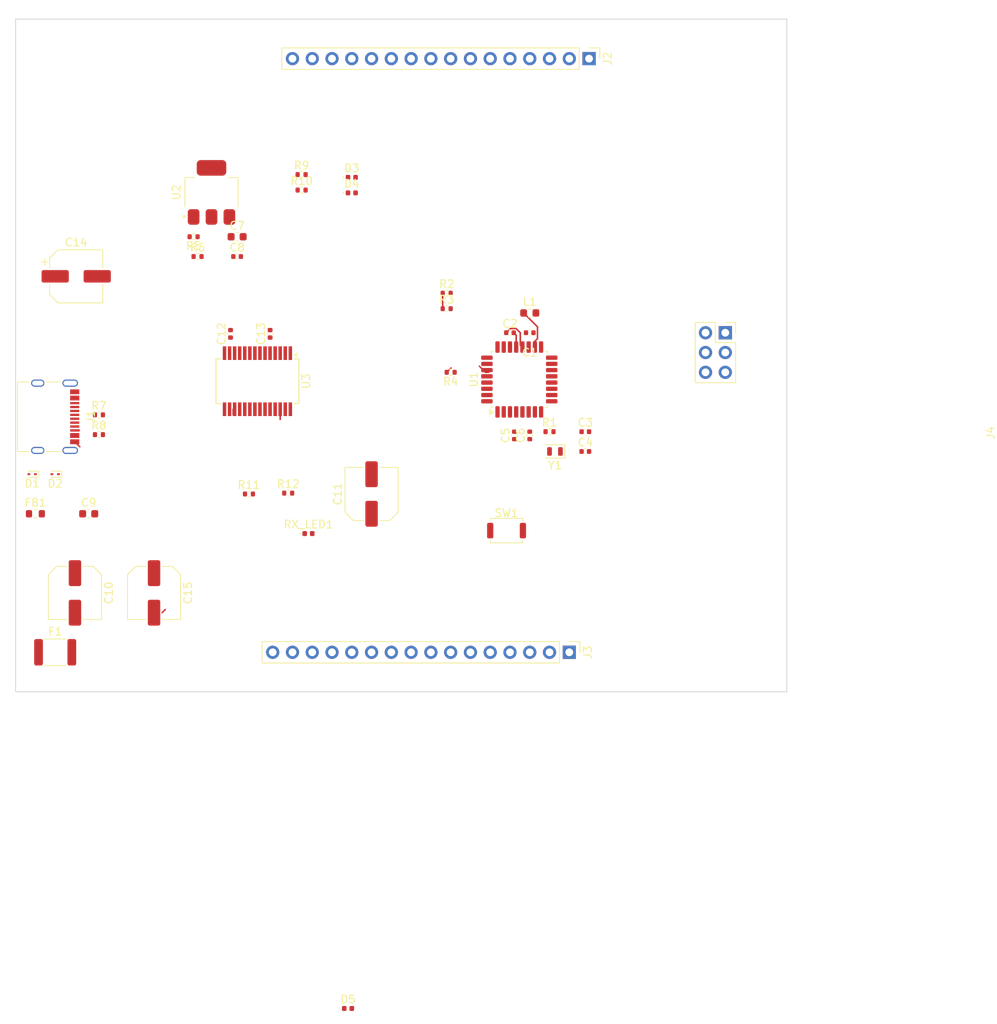
<source format=kicad_pcb>
(kicad_pcb (version 20241229) (generator "pcbnew") (generator_version "9.0")
  (layers (0 "F.Cu" signal) (2 "B.Cu" signal) (13 "F.Paste" user) (15 "B.Paste" user) (5 "F.SilkS" user "F.Silkscreen") (7 "B.SilkS" user "B.Silkscreen") (1 "F.Mask" user) (3 "B.Mask" user) (25 "Edge.Cuts" user))
  (net 0 "")
  (net 1 "+5V")
  (net 2 "GND")
  (net 3 "Net-(U1-AREF)")
  (net 4 "EX_OSC2")
  (net 5 "EX_OSC1")
  (net 6 "+3.3V")
  (net 7 "PWRU_IN")
  (net 8 "Net-(C10-Pad1)")
  (net 9 "Net-(U3-3V3OUT)")
  (net 10 "USART_DTR")
  (net 11 "EX_RST")
  (net 12 "USBC_D.P")
  (net 13 "USBC_D.N")
  (net 14 "Net-(D3-A)")
  (net 15 "Net-(D4-A)")
  (net 16 "Net-(D5-K)")
  (net 17 "Net-(D5-A)")
  (net 18 "Net-(J1-CC1)")
  (net 20 "Net-(J1-CC2)")
  (net 24 "GPIO_C0")
  (net 25 "GPIO_C1")
  (net 26 "GPIO_C2")
  (net 27 "GPIO_C3")
  (net 28 "I2C_SCL")
  (net 29 "I2C_SDA")
  (net 30 "GPIO_C4")
  (net 31 "GPIO_C5")
  (net 32 "SPI_SS")
  (net 33 "SPI_MOSI")
  (net 34 "SPI_MISO")
  (net 35 "SPI_SCK")
  (net 36 "GPIO_B1")
  (net 37 "GPIO_B0")
  (net 38 "GPIO_D7")
  (net 39 "GPIO_D6")
  (net 40 "GPIO_D5")
  (net 41 "GPIO_D4")
  (net 42 "GPIO_D3")
  (net 43 "GPIO_D2")
  (net 44 "USART_TXD")
  (net 45 "USART_RXD")
  (net 46 "Net-(U1-AVCC)")
  (net 47 "Net-(U2-ADJ)")
  (net 48 "Net-(RX_LED1-A)")
  (net 49 "Net-(RX_LED1-K)")
  (net 57 "USB_D.P")
  (net 58 "USB_D.N")
  (footprint "Package_SO:SSOP-28_5.3x10.2mm_P0.65mm" (layer "F.Cu") (at 99.639 76.962 -90)
    (property "Reference" "U3" (at 0 -6.25 90) (layer "F.SilkS"))
    (property "Value" "FT232RL")
    (fp_line (start -2.875 5.325) (end 2.875 5.325) (stroke (width 0.15)) (layer "F.SilkS"))
    (fp_line (start -2.875 4.75) (end -2.875 5.325) (stroke (width 0.15)) (layer "F.SilkS"))
    (fp_line (start 2.875 4.75) (end 2.875 5.325) (stroke (width 0.15)) (layer "F.SilkS"))
    (fp_line (start -2.875 -5.325) (end -2.875 -4.75) (stroke (width 0.15)) (layer "F.SilkS"))
    (fp_line (start -2.875 -5.325) (end 2.875 -5.325) (stroke (width 0.15)) (layer "F.SilkS"))
    (fp_line (start 2.875 -5.325) (end 2.875 -4.75) (stroke (width 0.15)) (layer "F.SilkS"))
    (fp_poly (pts (xy -3.375 -4.75) (xy -3.615 -5.08) (xy -3.135 -5.08) (xy -3.375 -4.75)) (stroke (width 0.12)) (fill yes) (layer "F.SilkS"))
    (pad "1" smd rect (at -3.6 -4.225 270) (size 1.75 0.45) (layers "F.Cu" "F.Mask" "F.Paste") (net 45 "USART_RXD"))
    (pad "2" smd rect (at -3.6 -3.575 270) (size 1.75 0.45) (layers "F.Cu" "F.Mask" "F.Paste") (net 10 "USART_DTR"))
    (pad "3" smd rect (at -3.6 -2.925 270) (size 1.75 0.45) (layers "F.Cu" "F.Mask" "F.Paste"))
    (pad "4" smd rect (at -3.6 -2.275 270) (size 1.75 0.45) (layers "F.Cu" "F.Mask" "F.Paste") (net 1 "+5V"))
    (pad "5" smd rect (at -3.6 -1.625 270) (size 1.75 0.45) (layers "F.Cu" "F.Mask" "F.Paste") (net 44 "USART_TXD"))
    (pad "6" smd rect (at -3.6 -0.975 270) (size 1.75 0.45) (layers "F.Cu" "F.Mask" "F.Paste"))
    (pad "7" smd rect (at -3.6 -0.325 270) (size 1.75 0.45) (layers "F.Cu" "F.Mask" "F.Paste") (net 2 "GND"))
    (pad "8" smd rect (at -3.6 0.325 270) (size 1.75 0.45) (layers "F.Cu" "F.Mask" "F.Paste"))
    (pad "9" smd rect (at -3.6 0.975 270) (size 1.75 0.45) (layers "F.Cu" "F.Mask" "F.Paste"))
    (pad "10" smd rect (at -3.6 1.625 270) (size 1.75 0.45) (layers "F.Cu" "F.Mask" "F.Paste"))
    (pad "11" smd rect (at -3.6 2.275 270) (size 1.75 0.45) (layers "F.Cu" "F.Mask" "F.Paste") (net 2 "GND"))
    (pad "12" smd rect (at -3.6 2.925 270) (size 1.75 0.45) (layers "F.Cu" "F.Mask" "F.Paste"))
    (pad "13" smd rect (at -3.6 3.575 270) (size 1.75 0.45) (layers "F.Cu" "F.Mask" "F.Paste"))
    (pad "14" smd rect (at -3.6 4.225 270) (size 1.75 0.45) (layers "F.Cu" "F.Mask" "F.Paste"))
    (pad "15" smd rect (at 3.6 4.225 270) (size 1.75 0.45) (layers "F.Cu" "F.Mask" "F.Paste") (net 57 "USB_D.P"))
    (pad "16" smd rect (at 3.6 3.575 270) (size 1.75 0.45) (layers "F.Cu" "F.Mask" "F.Paste") (net 58 "USB_D.N"))
    (pad "17" smd rect (at 3.6 2.925 270) (size 1.75 0.45) (layers "F.Cu" "F.Mask" "F.Paste") (net 9 "Net-(U3-3V3OUT)"))
    (pad "18" smd rect (at 3.6 2.275 270) (size 1.75 0.45) (layers "F.Cu" "F.Mask" "F.Paste") (net 2 "GND"))
    (pad "19" smd rect (at 3.6 1.625 270) (size 1.75 0.45) (layers "F.Cu" "F.Mask" "F.Paste"))
    (pad "20" smd rect (at 3.6 0.975 270) (size 1.75 0.45) (layers "F.Cu" "F.Mask" "F.Paste") (net 1 "+5V"))
    (pad "21" smd rect (at 3.6 0.325 270) (size 1.75 0.45) (layers "F.Cu" "F.Mask" "F.Paste") (net 2 "GND"))
    (pad "22" smd rect (at 3.6 -0.325 270) (size 1.75 0.45) (layers "F.Cu" "F.Mask" "F.Paste") (net 49 "Net-(RX_LED1-K)"))
    (pad "23" smd rect (at 3.6 -0.975 270) (size 1.75 0.45) (layers "F.Cu" "F.Mask" "F.Paste") (net 16 "Net-(D5-K)"))
    (pad "24" smd rect (at 3.6 -1.625 270) (size 1.75 0.45) (layers "F.Cu" "F.Mask" "F.Paste"))
    (pad "25" smd rect (at 3.6 -2.275 270) (size 1.75 0.45) (layers "F.Cu" "F.Mask" "F.Paste") (net 2 "GND"))
    (pad "26" smd rect (at 3.6 -2.925 270) (size 1.75 0.45) (layers "F.Cu" "F.Mask" "F.Paste") (net 2 "GND"))
    (pad "27" smd rect (at 3.6 -3.575 270) (size 1.75 0.45) (layers "F.Cu" "F.Mask" "F.Paste"))
    (pad "28" smd rect (at 3.6 -4.225 270) (size 1.75 0.45) (layers "F.Cu" "F.Mask" "F.Paste"))
  )
  (footprint "Resistor_SMD:R_0402_1005Metric" (layer "F.Cu") (at 137.16 83.4425)
    (property "Reference" "R1" (at 0 -1.17 0) (layer "F.SilkS"))
    (property "Value" "R")
    (fp_line (start -0.153641 -0.38) (end 0.153641 -0.38) (stroke (width 0.12)) (layer "F.SilkS"))
    (fp_line (start -0.153641 0.38) (end 0.153641 0.38) (stroke (width 0.12)) (layer "F.SilkS"))
    (pad "1" smd roundrect (at -0.51 0) (size 0.54 0.64) (layers "F.Cu" "F.Mask" "F.Paste") (net 5 "EX_OSC1"))
    (pad "2" smd roundrect (at 0.51 0) (size 0.54 0.64) (layers "F.Cu" "F.Mask" "F.Paste") (net 4 "EX_OSC2"))
  )
  (footprint "Resistor_SMD:R_0402_1005Metric" (layer "F.Cu") (at 79.28 83.82)
    (property "Reference" "R8" (at 0 -1.17 0) (layer "F.SilkS"))
    (property "Value" "5.1k")
    (fp_line (start -0.153641 -0.38) (end 0.153641 -0.38) (stroke (width 0.12)) (layer "F.SilkS"))
    (fp_line (start -0.153641 0.38) (end 0.153641 0.38) (stroke (width 0.12)) (layer "F.SilkS"))
    (pad "1" smd roundrect (at -0.51 0) (size 0.54 0.64) (layers "F.Cu" "F.Mask" "F.Paste") (net 18 "Net-(J1-CC1)"))
    (pad "2" smd roundrect (at 0.51 0) (size 0.54 0.64) (layers "F.Cu" "F.Mask" "F.Paste") (net 2 "GND"))
  )
  (footprint "Button_Switch_SMD:SW_Push_SPST_NO_Alps_SKRK" (layer "F.Cu") (at 131.64 96.1425)
    (property "Reference" "SW1" (at 0 -2.25 0) (layer "F.SilkS"))
    (property "Value" "SW_Push")
    (fp_line (start -2.07 -1.57) (end 2.07 -1.57) (stroke (width 0.12)) (layer "F.SilkS"))
    (fp_line (start -2.07 -1.27) (end -2.07 -1.57) (stroke (width 0.12)) (layer "F.SilkS"))
    (fp_line (start -2.07 1.57) (end -2.07 1.27) (stroke (width 0.12)) (layer "F.SilkS"))
    (fp_line (start 2.07 -1.57) (end 2.07 -1.27) (stroke (width 0.12)) (layer "F.SilkS"))
    (fp_line (start 2.07 1.27) (end 2.07 1.57) (stroke (width 0.12)) (layer "F.SilkS"))
    (fp_line (start 2.07 1.57) (end -2.07 1.57) (stroke (width 0.12)) (layer "F.SilkS"))
    (pad "1" smd roundrect (at -2.1 0) (size 0.8 2) (layers "F.Cu" "F.Mask" "F.Paste") (net 11 "EX_RST"))
    (pad "2" smd roundrect (at 2.1 0) (size 0.8 2) (layers "F.Cu" "F.Mask" "F.Paste") (net 2 "GND"))
  )
  (footprint "Capacitor_SMD:C_0402_1005Metric" (layer "F.Cu") (at 132.08 70.7425)
    (property "Reference" "C2" (at 0 -1.16 0) (layer "F.SilkS"))
    (property "Value" ".1u")
    (fp_line (start -0.107836 -0.36) (end 0.107836 -0.36) (stroke (width 0.12)) (layer "F.SilkS"))
    (fp_line (start -0.107836 0.36) (end 0.107836 0.36) (stroke (width 0.12)) (layer "F.SilkS"))
    (pad "1" smd roundrect (at -0.48 0) (size 0.56 0.62) (layers "F.Cu" "F.Mask" "F.Paste") (net 3 "Net-(U1-AREF)"))
    (pad "2" smd roundrect (at 0.48 0) (size 0.56 0.62) (layers "F.Cu" "F.Mask" "F.Paste") (net 2 "GND"))
  )
  (footprint "Fuse:Fuse_1812_4532Metric" (layer "F.Cu") (at 73.66 111.76)
    (property "Reference" "F1" (at 0 -2.65 0) (layer "F.SilkS"))
    (property "Value" "500mA")
    (fp_line (start -1.386252 -1.71) (end 1.386252 -1.71) (stroke (width 0.12)) (layer "F.SilkS"))
    (fp_line (start -1.386252 1.71) (end 1.386252 1.71) (stroke (width 0.12)) (layer "F.SilkS"))
    (pad "1" smd roundrect (at -2.1375 0) (size 1.125 3.4) (layers "F.Cu" "F.Mask" "F.Paste") (roundrect_rratio 0.222222) (net 8 "Net-(C10-Pad1)"))
    (pad "2" smd roundrect (at 2.1375 0) (size 1.125 3.4) (layers "F.Cu" "F.Mask" "F.Paste") (roundrect_rratio 0.222222) (net 1 "+5V"))
  )
  (footprint "Resistor_SMD:R_0402_1005Metric" (layer "F.Cu") (at 79.28 81.28)
    (property "Reference" "R7" (at 0 -1.17 0) (layer "F.SilkS"))
    (property "Value" "5100")
    (fp_line (start -0.153641 -0.38) (end 0.153641 -0.38) (stroke (width 0.12)) (layer "F.SilkS"))
    (fp_line (start -0.153641 0.38) (end 0.153641 0.38) (stroke (width 0.12)) (layer "F.SilkS"))
    (pad "1" smd roundrect (at -0.51 0) (size 0.54 0.64) (layers "F.Cu" "F.Mask" "F.Paste") (net 20 "Net-(J1-CC2)"))
    (pad "2" smd roundrect (at 0.51 0) (size 0.54 0.64) (layers "F.Cu" "F.Mask" "F.Paste") (net 2 "GND"))
  )
  (footprint "Package_QFP:TQFP-32_7x7mm_P0.8mm" (layer "F.Cu") (at 133.28 76.74 90)
    (property "Reference" "U1" (at 0 -5.85 90) (layer "F.SilkS"))
    (property "Value" "ATmega328P-A")
    (fp_line (start 3.61 -3.61) (end 3.61 -3.335) (stroke (width 0.12)) (layer "F.SilkS"))
    (fp_line (start 3.335 -3.61) (end 3.61 -3.61) (stroke (width 0.12)) (layer "F.SilkS"))
    (fp_line (start -3.335 -3.61) (end -3.61 -3.61) (stroke (width 0.12)) (layer "F.SilkS"))
    (fp_line (start -3.61 -3.61) (end -3.61 -3.335) (stroke (width 0.12)) (layer "F.SilkS"))
    (fp_line (start 3.61 3.61) (end 3.61 3.335) (stroke (width 0.12)) (layer "F.SilkS"))
    (fp_line (start 3.335 3.61) (end 3.61 3.61) (stroke (width 0.12)) (layer "F.SilkS"))
    (fp_line (start -3.335 3.61) (end -3.61 3.61) (stroke (width 0.12)) (layer "F.SilkS"))
    (fp_line (start -3.61 3.61) (end -3.61 3.335) (stroke (width 0.12)) (layer "F.SilkS"))
    (fp_poly (pts (xy -4.2 -3.335) (xy -4.54 -3.805) (xy -3.86 -3.805)) (stroke (width 0.12)) (fill yes) (layer "F.SilkS"))
    (pad "1" smd roundrect (at -4.1625 -2.8 90) (size 1.475 0.55) (layers "F.Cu" "F.Mask" "F.Paste") (net 42 "GPIO_D3"))
    (pad "2" smd roundrect (at -4.1625 -2 90) (size 1.475 0.55) (layers "F.Cu" "F.Mask" "F.Paste") (net 41 "GPIO_D4"))
    (pad "3" smd roundrect (at -4.1625 -1.2 90) (size 1.475 0.55) (layers "F.Cu" "F.Mask" "F.Paste") (net 2 "GND"))
    (pad "4" smd roundrect (at -4.1625 -0.4 90) (size 1.475 0.55) (layers "F.Cu" "F.Mask" "F.Paste") (net 1 "+5V"))
    (pad "5" smd roundrect (at -4.1625 0.4 90) (size 1.475 0.55) (layers "F.Cu" "F.Mask" "F.Paste") (net 2 "GND"))
    (pad "6" smd roundrect (at -4.1625 1.2 90) (size 1.475 0.55) (layers "F.Cu" "F.Mask" "F.Paste") (net 1 "+5V"))
    (pad "7" smd roundrect (at -4.1625 2 90) (size 1.475 0.55) (layers "F.Cu" "F.Mask" "F.Paste") (net 5 "EX_OSC1"))
    (pad "8" smd roundrect (at -4.1625 2.8 90) (size 1.475 0.55) (layers "F.Cu" "F.Mask" "F.Paste") (net 4 "EX_OSC2"))
    (pad "9" smd roundrect (at -2.8 4.1625 90) (size 0.55 1.475) (layers "F.Cu" "F.Mask" "F.Paste") (net 40 "GPIO_D5"))
    (pad "10" smd roundrect (at -2 4.1625 90) (size 0.55 1.475) (layers "F.Cu" "F.Mask" "F.Paste") (net 39 "GPIO_D6"))
    (pad "11" smd roundrect (at -1.2 4.1625 90) (size 0.55 1.475) (layers "F.Cu" "F.Mask" "F.Paste") (net 38 "GPIO_D7"))
    (pad "12" smd roundrect (at -0.4 4.1625 90) (size 0.55 1.475) (layers "F.Cu" "F.Mask" "F.Paste") (net 37 "GPIO_B0"))
    (pad "13" smd roundrect (at 0.4 4.1625 90) (size 0.55 1.475) (layers "F.Cu" "F.Mask" "F.Paste") (net 36 "GPIO_B1"))
    (pad "14" smd roundrect (at 1.2 4.1625 90) (size 0.55 1.475) (layers "F.Cu" "F.Mask" "F.Paste") (net 32 "SPI_SS"))
    (pad "15" smd roundrect (at 2 4.1625 90) (size 0.55 1.475) (layers "F.Cu" "F.Mask" "F.Paste") (net 33 "SPI_MOSI"))
    (pad "16" smd roundrect (at 2.8 4.1625 90) (size 0.55 1.475) (layers "F.Cu" "F.Mask" "F.Paste") (net 34 "SPI_MISO"))
    (pad "17" smd roundrect (at 4.1625 2.8 90) (size 1.475 0.55) (layers "F.Cu" "F.Mask" "F.Paste") (net 35 "SPI_SCK"))
    (pad "18" smd roundrect (at 4.1625 2 90) (size 1.475 0.55) (layers "F.Cu" "F.Mask" "F.Paste") (net 46 "Net-(U1-AVCC)"))
    (pad "19" smd roundrect (at 4.1625 1.2 90) (size 1.475 0.55) (layers "F.Cu" "F.Mask" "F.Paste") (net 30 "GPIO_C4"))
    (pad "20" smd roundrect (at 4.1625 0.4 90) (size 1.475 0.55) (layers "F.Cu" "F.Mask" "F.Paste") (net 3 "Net-(U1-AREF)"))
    (pad "21" smd roundrect (at 4.1625 -0.4 90) (size 1.475 0.55) (layers "F.Cu" "F.Mask" "F.Paste") (net 2 "GND"))
    (pad "22" smd roundrect (at 4.1625 -1.2 90) (size 1.475 0.55) (layers "F.Cu" "F.Mask" "F.Paste") (net 31 "GPIO_C5"))
    (pad "23" smd roundrect (at 4.1625 -2 90) (size 1.475 0.55) (layers "F.Cu" "F.Mask" "F.Paste") (net 24 "GPIO_C0"))
    (pad "24" smd roundrect (at 4.1625 -2.8 90) (size 1.475 0.55) (layers "F.Cu" "F.Mask" "F.Paste") (net 25 "GPIO_C1"))
    (pad "25" smd roundrect (at 2.8 -4.1625 90) (size 0.55 1.475) (layers "F.Cu" "F.Mask" "F.Paste") (net 26 "GPIO_C2"))
    (pad "26" smd roundrect (at 2 -4.1625 90) (size 0.55 1.475) (layers "F.Cu" "F.Mask" "F.Paste") (net 27 "GPIO_C3"))
    (pad "27" smd roundrect (at 1.2 -4.1625 90) (size 0.55 1.475) (layers "F.Cu" "F.Mask" "F.Paste") (net 29 "I2C_SDA"))
    (pad "28" smd roundrect (at 0.4 -4.1625 90) (size 0.55 1.475) (layers "F.Cu" "F.Mask" "F.Paste") (net 28 "I2C_SCL"))
    (pad "29" smd roundrect (at -0.4 -4.1625 90) (size 0.55 1.475) (layers "F.Cu" "F.Mask" "F.Paste") (net 11 "EX_RST"))
    (pad "30" smd roundrect (at -1.2 -4.1625 90) (size 0.55 1.475) (layers "F.Cu" "F.Mask" "F.Paste") (net 45 "USART_RXD"))
    (pad "31" smd roundrect (at -2 -4.1625 90) (size 0.55 1.475) (layers "F.Cu" "F.Mask" "F.Paste") (net 44 "USART_TXD"))
    (pad "32" smd roundrect (at -2.8 -4.1625 90) (size 0.55 1.475) (layers "F.Cu" "F.Mask" "F.Paste") (net 43 "GPIO_D2"))
  )
  (footprint "Connector_USB:USB_C_Receptacle_Palconn_UTC16-G" (layer "F.Cu") (at 73.66 81.53 -90)
    (property "Reference" "J1" (at 0 -4.58 90) (layer "F.SilkS"))
    (property "Value" "USB_C_Receptacle_USB2.0_16P")
    (fp_line (start -4.47 4.84) (end -4.47 3.38) (stroke (width 0.12)) (layer "F.SilkS"))
    (fp_line (start 4.47 4.84) (end -4.47 4.84) (stroke (width 0.12)) (layer "F.SilkS"))
    (fp_line (start 4.47 4.84) (end 4.47 3.38) (stroke (width 0.12)) (layer "F.SilkS"))
    (fp_line (start -4.47 -0.67) (end -4.47 1.13) (stroke (width 0.12)) (layer "F.SilkS"))
    (fp_line (start 4.47 -0.67) (end 4.47 1.13) (stroke (width 0.12)) (layer "F.SilkS"))
    (pad "" np_thru_hole circle (at -2.89 -1.45 90) (size 0.6 0.6) (drill 0.6) (layers "*.Cu" "*.Mask"))
    (pad "" np_thru_hole circle (at 2.89 -1.45 90) (size 0.6 0.6) (drill 0.6) (layers "*.Cu" "*.Mask"))
    (pad "A1" smd rect (at -3.2 -2.51 270) (size 0.6 1.16) (layers "F.Cu" "F.Mask" "F.Paste") (net 2 "GND"))
    (pad "A4" smd rect (at -2.4 -2.51 270) (size 0.6 1.16) (layers "F.Cu" "F.Mask" "F.Paste") (net 7 "PWRU_IN"))
    (pad "A5" smd rect (at -1.25 -2.51 90) (size 0.3 1.16) (layers "F.Cu" "F.Mask" "F.Paste") (net 18 "Net-(J1-CC1)"))
    (pad "A6" smd rect (at -0.25 -2.51 90) (size 0.3 1.16) (layers "F.Cu" "F.Mask" "F.Paste") (net 12 "USBC_D.P"))
    (pad "A7" smd rect (at 0.25 -2.51 90) (size 0.3 1.16) (layers "F.Cu" "F.Mask" "F.Paste") (net 13 "USBC_D.N"))
    (pad "A8" smd rect (at 1.25 -2.51 90) (size 0.3 1.16) (layers "F.Cu" "F.Mask" "F.Paste"))
    (pad "A9" smd rect (at 2.4 -2.51 270) (size 0.6 1.16) (layers "F.Cu" "F.Mask" "F.Paste") (net 7 "PWRU_IN"))
    (pad "A12" smd rect (at 3.2 -2.51 270) (size 0.6 1.16) (layers "F.Cu" "F.Mask" "F.Paste") (net 2 "GND"))
    (pad "B1" smd rect (at 3.2 -2.51 270) (size 0.6 1.16) (layers "F.Cu" "F.Mask" "F.Paste") (net 2 "GND"))
    (pad "B4" smd rect (at 2.4 -2.51 270) (size 0.6 1.16) (layers "F.Cu" "F.Mask" "F.Paste") (net 7 "PWRU_IN"))
    (pad "B5" smd rect (at 1.75 -2.51 90) (size 0.3 1.16) (layers "F.Cu" "F.Mask" "F.Paste") (net 20 "Net-(J1-CC2)"))
    (pad "B6" smd rect (at 0.75 -2.51 90) (size 0.3 1.16) (layers "F.Cu" "F.Mask" "F.Paste") (net 12 "USBC_D.P"))
    (pad "B7" smd rect (at -0.75 -2.51 90) (size 0.3 1.16) (layers "F.Cu" "F.Mask" "F.Paste") (net 13 "USBC_D.N"))
    (pad "B8" smd rect (at -1.75 -2.51 90) (size 0.3 1.16) (layers "F.Cu" "F.Mask" "F.Paste"))
    (pad "B9" smd rect (at -2.4 -2.51 270) (size 0.6 1.16) (layers "F.Cu" "F.Mask" "F.Paste") (net 7 "PWRU_IN"))
    (pad "B12" smd rect (at -3.2 -2.51 270) (size 0.6 1.16) (layers "F.Cu" "F.Mask" "F.Paste") (net 2 "GND"))
    (pad "S1" thru_hole oval (at -4.32 -1.93) (size 2 0.9) (drill oval 1.7 0.6) (property pad_prop_heatsink) (layers "*.Cu" "*.Mask"))
    (pad "S1" thru_hole oval (at -4.32 2.24) (size 1.7 0.9) (drill oval 1.4 0.6) (property pad_prop_heatsink) (layers "*.Cu" "*.Mask"))
    (pad "S1" thru_hole oval (at 4.32 -1.93) (size 2 0.9) (drill oval 1.7 0.6) (property pad_prop_heatsink) (layers "*.Cu" "*.Mask"))
    (pad "S1" thru_hole oval (at 4.32 2.24) (size 1.7 0.9) (drill oval 1.4 0.6) (property pad_prop_heatsink) (layers "*.Cu" "*.Mask"))
  )
  (footprint "Package_TO_SOT_SMD:SOT-223" (layer "F.Cu") (at 93.74 52.73 90)
    (property "Reference" "U2" (at 0 -4.5 90) (layer "F.SilkS"))
    (property "Value" "LM1117DT-ADJ")
    (fp_line (start 1.91 -3.41) (end 1.91 -2.15) (stroke (width 0.12)) (layer "F.SilkS"))
    (fp_line (start -1.85 -3.41) (end 1.91 -3.41) (stroke (width 0.12)) (layer "F.SilkS"))
    (fp_line (start 1.91 3.41) (end 1.91 2.15) (stroke (width 0.12)) (layer "F.SilkS"))
    (fp_line (start -1.85 3.41) (end 1.91 3.41) (stroke (width 0.12)) (layer "F.SilkS"))
    (fp_poly (pts (xy -3.13 -3.31) (xy -3.37 -3.64) (xy -2.89 -3.64) (xy -3.13 -3.31)) (stroke (width 0.12)) (fill yes) (layer "F.SilkS"))
    (pad "1" smd roundrect (at -3.15 -2.3 90) (size 2 1.5) (layers "F.Cu" "F.Mask" "F.Paste") (net 47 "Net-(U2-ADJ)"))
    (pad "2" smd roundrect (at -3.15 0 90) (size 2 1.5) (layers "F.Cu" "F.Mask" "F.Paste") (net 6 "+3.3V"))
    (pad "3" smd roundrect (at -3.15 2.3 90) (size 2 1.5) (layers "F.Cu" "F.Mask" "F.Paste") (net 1 "+5V"))
    (pad "4" smd roundrect (at 3.15 0 90) (size 2 3.8) (layers "F.Cu" "F.Mask" "F.Paste"))
  )
  (footprint "Resistor_SMD:R_0402_1005Metric" (layer "F.Cu") (at 105.315 50.44)
    (property "Reference" "R9" (at 0 -1.17 0) (layer "F.SilkS"))
    (property "Value" "155")
    (fp_line (start -0.153641 -0.38) (end 0.153641 -0.38) (stroke (width 0.12)) (layer "F.SilkS"))
    (fp_line (start -0.153641 0.38) (end 0.153641 0.38) (stroke (width 0.12)) (layer "F.SilkS"))
    (pad "1" smd roundrect (at -0.51 0) (size 0.54 0.64) (layers "F.Cu" "F.Mask" "F.Paste") (net 1 "+5V"))
    (pad "2" smd roundrect (at 0.51 0) (size 0.54 0.64) (layers "F.Cu" "F.Mask" "F.Paste") (net 14 "Net-(D3-A)"))
  )
  (footprint "Capacitor_SMD:C_0402_1005Metric" (layer "F.Cu") (at 134.62 70.7425 180)
    (property "Reference" "C1" (at 0 -2.54 0) (layer "F.SilkS"))
    (property "Value" ".1u")
    (fp_line (start -0.107836 0.36) (end 0.107836 0.36) (stroke (width 0.12)) (layer "F.SilkS"))
    (fp_line (start -0.107836 -0.36) (end 0.107836 -0.36) (stroke (width 0.12)) (layer "F.SilkS"))
    (pad "1" smd roundrect (at -0.48 0 180) (size 0.56 0.62) (layers "F.Cu" "F.Mask" "F.Paste") (net 1 "+5V"))
    (pad "2" smd roundrect (at 0.48 0 180) (size 0.56 0.62) (layers "F.Cu" "F.Mask" "F.Paste") (net 2 "GND"))
  )
  (footprint "Resistor_SMD:R_0402_1005Metric" (layer "F.Cu") (at 123.95 67.6525)
    (property "Reference" "R3" (at 0 -1.17 0) (layer "F.SilkS"))
    (property "Value" "R")
    (fp_line (start -0.153641 -0.38) (end 0.153641 -0.38) (stroke (width 0.12)) (layer "F.SilkS"))
    (fp_line (start -0.153641 0.38) (end 0.153641 0.38) (stroke (width 0.12)) (layer "F.SilkS"))
    (pad "1" smd roundrect (at -0.51 0) (size 0.54 0.64) (layers "F.Cu" "F.Mask" "F.Paste") (net 1 "+5V"))
    (pad "2" smd roundrect (at 0.51 0) (size 0.54 0.64) (layers "F.Cu" "F.Mask" "F.Paste") (net 28 "I2C_SCL"))
  )
  (footprint "Capacitor_SMD:C_Elec_6.3x7.7" (layer "F.Cu") (at 86.36 104.14 -90)
    (property "Reference" "C15" (at 0 -4.35 90) (layer "F.SilkS"))
    (property "Value" "4.7u")
    (fp_line (start -2.345563 3.41) (end 3.41 3.41) (stroke (width 0.12)) (layer "F.SilkS"))
    (fp_line (start 3.41 3.41) (end 3.41 1.06) (stroke (width 0.12)) (layer "F.SilkS"))
    (fp_line (start -3.41 2.345563) (end -2.345563 3.41) (stroke (width 0.12)) (layer "F.SilkS"))
    (fp_line (start -3.41 2.345563) (end -3.41 1.06) (stroke (width 0.12)) (layer "F.SilkS"))
    (fp_line (start -3.41 -2.345563) (end -3.41 -1.06) (stroke (width 0.12)) (layer "F.SilkS"))
    (fp_line (start -3.41 -2.345563) (end -2.345563 -3.41) (stroke (width 0.12)) (layer "F.SilkS"))
    (fp_line (start -2.345563 -3.41) (end 3.41 -3.41) (stroke (width 0.12)) (layer "F.SilkS"))
    (fp_line (start 3.41 -3.41) (end 3.41 -1.06) (stroke (width 0.12)) (layer "F.SilkS"))
    (pad "1" smd roundrect (at -2.5375 0 270) (size 3.325 1.6) (layers "F.Cu" "F.Mask" "F.Paste") (roundrect_rratio 0.15625) (net 8 "Net-(C10-Pad1)"))
    (pad "2" smd roundrect (at 2.5375 0 270) (size 3.325 1.6) (layers "F.Cu" "F.Mask" "F.Paste") (roundrect_rratio 0.15625) (net 2 "GND"))
  )
  (footprint "LED_SMD:LED_0402_1005Metric" (layer "F.Cu") (at 111.76 50.8)
    (property "Reference" "D3" (at 0 -1.17 0) (layer "F.SilkS"))
    (property "Value" "LED")
    (fp_circle (center -1.09 0) (end -1.04 0) (stroke (width 0.1)) (fill no) (layer "F.SilkS"))
    (pad "1" smd roundrect (at -0.485 0) (size 0.59 0.64) (layers "F.Cu" "F.Mask" "F.Paste") (net 2 "GND"))
    (pad "2" smd roundrect (at 0.485 0) (size 0.59 0.64) (layers "F.Cu" "F.Mask" "F.Paste") (net 14 "Net-(D3-A)"))
  )
  (footprint "Capacitor_SMD:C_0402_1005Metric" (layer "F.Cu") (at 141.76 83.4425)
    (property "Reference" "C3" (at 0 -1.16 0) (layer "F.SilkS"))
    (property "Value" "18p")
    (fp_line (start -0.107836 -0.36) (end 0.107836 -0.36) (stroke (width 0.12)) (layer "F.SilkS"))
    (fp_line (start -0.107836 0.36) (end 0.107836 0.36) (stroke (width 0.12)) (layer "F.SilkS"))
    (pad "1" smd roundrect (at -0.48 0) (size 0.56 0.62) (layers "F.Cu" "F.Mask" "F.Paste") (net 4 "EX_OSC2"))
    (pad "2" smd roundrect (at 0.48 0) (size 0.56 0.62) (layers "F.Cu" "F.Mask" "F.Paste") (net 2 "GND"))
  )
  (footprint "Resistor_SMD:R_0402_1005Metric" (layer "F.Cu") (at 91.95 60.96)
    (property "Reference" "R6" (at 0 -1.17 0) (layer "F.SilkS"))
    (property "Value" "200")
    (fp_line (start -0.153641 -0.38) (end 0.153641 -0.38) (stroke (width 0.12)) (layer "F.SilkS"))
    (fp_line (start -0.153641 0.38) (end 0.153641 0.38) (stroke (width 0.12)) (layer "F.SilkS"))
    (pad "1" smd roundrect (at -0.51 0) (size 0.54 0.64) (layers "F.Cu" "F.Mask" "F.Paste") (net 47 "Net-(U2-ADJ)"))
    (pad "2" smd roundrect (at 0.51 0) (size 0.54 0.64) (layers "F.Cu" "F.Mask" "F.Paste") (net 2 "GND"))
  )
  (footprint "Resistor_SMD:R_0402_1005Metric" (layer "F.Cu") (at 98.55 91.44)
    (property "Reference" "R11" (at 0 -1.17 0) (layer "F.SilkS"))
    (property "Value" "150")
    (fp_line (start -0.153641 -0.38) (end 0.153641 -0.38) (stroke (width 0.12)) (layer "F.SilkS"))
    (fp_line (start -0.153641 0.38) (end 0.153641 0.38) (stroke (width 0.12)) (layer "F.SilkS"))
    (pad "1" smd roundrect (at -0.51 0) (size 0.54 0.64) (layers "F.Cu" "F.Mask" "F.Paste") (net 2 "GND"))
    (pad "2" smd roundrect (at 0.51 0) (size 0.54 0.64) (layers "F.Cu" "F.Mask" "F.Paste") (net 17 "Net-(D5-A)"))
  )
  (footprint "Capacitor_SMD:C_0603_1608Metric" (layer "F.Cu") (at 77.965 93.98)
    (property "Reference" "C9" (at 0 -1.43 0) (layer "F.SilkS"))
    (property "Value" ".01u")
    (fp_line (start -0.14058 -0.51) (end 0.14058 -0.51) (stroke (width 0.12)) (layer "F.SilkS"))
    (fp_line (start -0.14058 0.51) (end 0.14058 0.51) (stroke (width 0.12)) (layer "F.SilkS"))
    (pad "1" smd roundrect (at -0.775 0) (size 0.9 0.95) (layers "F.Cu" "F.Mask" "F.Paste") (net 7 "PWRU_IN"))
    (pad "2" smd roundrect (at 0.775 0) (size 0.9 0.95) (layers "F.Cu" "F.Mask" "F.Paste") (net 2 "GND"))
  )
  (footprint "Capacitor_SMD:C_0402_1005Metric" (layer "F.Cu") (at 97.03 60.96)
    (property "Reference" "C8" (at 0 -1.16 0) (layer "F.SilkS"))
    (property "Value" "10u")
    (fp_line (start -0.107836 -0.36) (end 0.107836 -0.36) (stroke (width 0.12)) (layer "F.SilkS"))
    (fp_line (start -0.107836 0.36) (end 0.107836 0.36) (stroke (width 0.12)) (layer "F.SilkS"))
    (pad "1" smd roundrect (at -0.48 0) (size 0.56 0.62) (layers "F.Cu" "F.Mask" "F.Paste") (net 6 "+3.3V"))
    (pad "2" smd roundrect (at 0.48 0) (size 0.56 0.62) (layers "F.Cu" "F.Mask" "F.Paste") (net 2 "GND"))
  )
  (footprint "Diode_SMD:D_SOD-923" (layer "F.Cu") (at 73.66 88.9 180)
    (property "Reference" "D2" (at 0 -1.2 180) (layer "F.SilkS"))
    (property "Value" "1.5KExxCA")
    (fp_line (start 0.5 0.4) (end -0.86 0.4) (stroke (width 0.12)) (layer "F.SilkS"))
    (fp_line (start 0.5 -0.4) (end -0.86 -0.4) (stroke (width 0.12)) (layer "F.SilkS"))
    (fp_line (start -0.86 -0.4) (end -0.86 0.4) (stroke (width 0.12)) (layer "F.SilkS"))
    (pad "1" smd roundrect (at -0.42 0) (size 0.36 0.25) (layers "F.Cu" "F.Mask" "F.Paste") (net 2 "GND"))
    (pad "2" smd roundrect (at 0.42 0) (size 0.36 0.25) (layers "F.Cu" "F.Mask" "F.Paste") (net 13 "USBC_D.N"))
  )
  (footprint "Capacitor_SMD:C_0402_1005Metric" (layer "F.Cu") (at 141.76 85.9825)
    (property "Reference" "C4" (at 0 -1.16 0) (layer "F.SilkS"))
    (property "Value" "18p")
    (fp_line (start -0.107836 -0.36) (end 0.107836 -0.36) (stroke (width 0.12)) (layer "F.SilkS"))
    (fp_line (start -0.107836 0.36) (end 0.107836 0.36) (stroke (width 0.12)) (layer "F.SilkS"))
    (pad "1" smd roundrect (at -0.48 0) (size 0.56 0.62) (layers "F.Cu" "F.Mask" "F.Paste") (net 5 "EX_OSC1"))
    (pad "2" smd roundrect (at 0.48 0) (size 0.56 0.62) (layers "F.Cu" "F.Mask" "F.Paste") (net 2 "GND"))
  )
  (footprint "LED_SMD:LED_0402_1005Metric" (layer "F.Cu") (at 111.275 157.48)
    (property "Reference" "D5" (at 0 -1.17 0) (layer "F.SilkS"))
    (property "Value" "TX_LED")
    (fp_circle (center -1.09 0) (end -1.04 0) (stroke (width 0.1)) (fill no) (layer "F.SilkS"))
    (pad "1" smd roundrect (at -0.485 0) (size 0.59 0.64) (layers "F.Cu" "F.Mask" "F.Paste") (net 16 "Net-(D5-K)"))
    (pad "2" smd roundrect (at 0.485 0) (size 0.59 0.64) (layers "F.Cu" "F.Mask" "F.Paste") (net 17 "Net-(D5-A)"))
  )
  (footprint "Resistor_SMD:R_0402_1005Metric" (layer "F.Cu") (at 91.44 58.42 180)
    (property "Reference" "R5" (at 0 -1.17 0) (layer "F.SilkS"))
    (property "Value" "121")
    (fp_line (start -0.153641 0.38) (end 0.153641 0.38) (stroke (width 0.12)) (layer "F.SilkS"))
    (fp_line (start -0.153641 -0.38) (end 0.153641 -0.38) (stroke (width 0.12)) (layer "F.SilkS"))
    (pad "1" smd roundrect (at -0.51 0 180) (size 0.54 0.64) (layers "F.Cu" "F.Mask" "F.Paste") (net 6 "+3.3V"))
    (pad "2" smd roundrect (at 0.51 0 180) (size 0.54 0.64) (layers "F.Cu" "F.Mask" "F.Paste") (net 47 "Net-(U2-ADJ)"))
  )
  (footprint "Resistor_SMD:R_0402_1005Metric" (layer "F.Cu") (at 105.315 52.43)
    (property "Reference" "R10" (at 0 -1.17 0) (layer "F.SilkS"))
    (property "Value" "70")
    (fp_line (start -0.153641 -0.38) (end 0.153641 -0.38) (stroke (width 0.12)) (layer "F.SilkS"))
    (fp_line (start -0.153641 0.38) (end 0.153641 0.38) (stroke (width 0.12)) (layer "F.SilkS"))
    (pad "1" smd roundrect (at -0.51 0) (size 0.54 0.64) (layers "F.Cu" "F.Mask" "F.Paste") (net 6 "+3.3V"))
    (pad "2" smd roundrect (at 0.51 0) (size 0.54 0.64) (layers "F.Cu" "F.Mask" "F.Paste") (net 15 "Net-(D4-A)"))
  )
  (footprint "Resistor_SMD:R_0402_1005Metric" (layer "F.Cu") (at 124.46 75.8225 180)
    (property "Reference" "R4" (at 0 -1.17 0) (layer "F.SilkS"))
    (property "Value" "10k")
    (fp_line (start -0.153641 0.38) (end 0.153641 0.38) (stroke (width 0.12)) (layer "F.SilkS"))
    (fp_line (start -0.153641 -0.38) (end 0.153641 -0.38) (stroke (width 0.12)) (layer "F.SilkS"))
    (pad "1" smd roundrect (at -0.51 0 180) (size 0.54 0.64) (layers "F.Cu" "F.Mask" "F.Paste") (net 1 "+5V"))
    (pad "2" smd roundrect (at 0.51 0 180) (size 0.54 0.64) (layers "F.Cu" "F.Mask" "F.Paste") (net 11 "EX_RST"))
  )
  (footprint "Connector_PinSocket_2.54mm:PinSocket_2x03_P2.54mm_Vertical" (layer "F.Cu") (at 159.7375 70.7425)
    (property "Reference" "J4" (at 34.065 12.85 90) (layer "F.SilkS"))
    (property "Value" "Conn_PIC_ICSP_ICD")
    (fp_line (start -3.87 -1.33) (end -3.87 6.41) (stroke (width 0.12)) (layer "F.SilkS"))
    (fp_line (start -3.87 -1.33) (end -1.27 -1.33) (stroke (width 0.12)) (layer "F.SilkS"))
    (fp_line (start -3.87 6.41) (end 1.33 6.41) (stroke (width 0.12)) (layer "F.SilkS"))
    (fp_line (start -1.27 -1.33) (end -1.27 1.27) (stroke (width 0.12)) (layer "F.SilkS"))
    (fp_line (start -1.27 1.27) (end 1.33 1.27) (stroke (width 0.12)) (layer "F.SilkS"))
    (fp_line (start 0 -1.33) (end 1.33 -1.33) (stroke (width 0.12)) (layer "F.SilkS"))
    (fp_line (start 1.33 -1.33) (end 1.33 0) (stroke (width 0.12)) (layer "F.SilkS"))
    (fp_line (start 1.33 1.27) (end 1.33 6.41) (stroke (width 0.12)) (layer "F.SilkS"))
    (pad "1" thru_hole rect (at 0 0) (size 1.7 1.7) (drill 1) (layers "*.Cu" "*.Mask") (net 11 "EX_RST"))
    (pad "2" thru_hole circle (at -2.54 0) (size 1.7 1.7) (drill 1) (layers "*.Cu" "*.Mask") (net 1 "+5V"))
    (pad "3" thru_hole circle (at 0 2.54) (size 1.7 1.7) (drill 1) (layers "*.Cu" "*.Mask") (net 2 "GND"))
    (pad "4" thru_hole circle (at -2.54 2.54) (size 1.7 1.7) (drill 1) (layers "*.Cu" "*.Mask") (net 33 "SPI_MOSI"))
    (pad "5" thru_hole circle (at 0 5.08) (size 1.7 1.7) (drill 1) (layers "*.Cu" "*.Mask") (net 35 "SPI_SCK"))
    (pad "6" thru_hole circle (at -2.54 5.08) (size 1.7 1.7) (drill 1) (layers "*.Cu" "*.Mask") (net 34 "SPI_MISO"))
  )
  (footprint "Resistor_SMD:R_0603_1608Metric" (layer "F.Cu") (at 71.12 93.98)
    (property "Reference" "FB1" (at 0 -1.43 0) (layer "F.SilkS"))
    (property "Value" "120")
    (fp_line (start -0.237258 -0.5225) (end 0.237258 -0.5225) (stroke (width 0.12)) (layer "F.SilkS"))
    (fp_line (start -0.237258 0.5225) (end 0.237258 0.5225) (stroke (width 0.12)) (layer "F.SilkS"))
    (pad "1" smd roundrect (at -0.825 0) (size 0.8 0.95) (layers "F.Cu" "F.Mask" "F.Paste") (net 7 "PWRU_IN"))
    (pad "2" smd roundrect (at 0.825 0) (size 0.8 0.95) (layers "F.Cu" "F.Mask" "F.Paste") (net 8 "Net-(C10-Pad1)"))
  )
  (footprint "Capacitor_SMD:CP_Elec_6.3x7.7" (layer "F.Cu") (at 76.36 63.5)
    (property "Reference" "C14" (at 0 -4.35 0) (layer "F.SilkS"))
    (property "Value" "C_Polarized")
    (fp_line (start -4.4375 -1.8475) (end -3.65 -1.8475) (stroke (width 0.12)) (layer "F.SilkS"))
    (fp_line (start -4.04375 -2.24125) (end -4.04375 -1.45375) (stroke (width 0.12)) (layer "F.SilkS"))
    (fp_line (start -3.41 -2.345563) (end -3.41 -1.06) (stroke (width 0.12)) (layer "F.SilkS"))
    (fp_line (start -3.41 -2.345563) (end -2.345563 -3.41) (stroke (width 0.12)) (layer "F.SilkS"))
    (fp_line (start -3.41 2.345563) (end -3.41 1.06) (stroke (width 0.12)) (layer "F.SilkS"))
    (fp_line (start -3.41 2.345563) (end -2.345563 3.41) (stroke (width 0.12)) (layer "F.SilkS"))
    (fp_line (start -2.345563 -3.41) (end 3.41 -3.41) (stroke (width 0.12)) (layer "F.SilkS"))
    (fp_line (start -2.345563 3.41) (end 3.41 3.41) (stroke (width 0.12)) (layer "F.SilkS"))
    (fp_line (start 3.41 -3.41) (end 3.41 -1.06) (stroke (width 0.12)) (layer "F.SilkS"))
    (fp_line (start 3.41 3.41) (end 3.41 1.06) (stroke (width 0.12)) (layer "F.SilkS"))
    (pad "1" smd roundrect (at -2.7 0) (size 3.5 1.6) (layers "F.Cu" "F.Mask" "F.Paste") (roundrect_rratio 0.15625) (net 10 "USART_DTR"))
    (pad "2" smd roundrect (at 2.7 0) (size 3.5 1.6) (layers "F.Cu" "F.Mask" "F.Paste") (roundrect_rratio 0.15625) (net 11 "EX_RST"))
  )
  (footprint "Crystal:Crystal_SMD_2012-2Pin_2.0x1.2mm" (layer "F.Cu") (at 137.86 85.9825 180)
    (property "Reference" "Y1" (at 0 -1.8 0) (layer "F.SilkS"))
    (property "Value" "16Mhz")
    (fp_line (start 1.26 -0.86) (end -1.26 -0.86) (stroke (width 0.12)) (layer "F.SilkS"))
    (fp_line (start -1.26 0.86) (end 1.26 0.86) (stroke (width 0.12)) (layer "F.SilkS"))
    (fp_line (start -1.26 -0.86) (end -1.26 0.86) (stroke (width 0.12)) (layer "F.SilkS"))
    (pad "1" smd roundrect (at -0.7 0 180) (size 0.6 1.1) (layers "F.Cu" "F.Mask" "F.Paste") (net 4 "EX_OSC2"))
    (pad "2" smd roundrect (at 0.7 0 180) (size 0.6 1.1) (layers "F.Cu" "F.Mask" "F.Paste") (net 5 "EX_OSC1"))
  )
  (footprint "LED_SMD:LED_0402_1005Metric" (layer "F.Cu") (at 111.76 52.79)
    (property "Reference" "D4" (at 0 -1.17 0) (layer "F.SilkS"))
    (property "Value" "LED")
    (fp_circle (center -1.09 0) (end -1.04 0) (stroke (width 0.1)) (fill no) (layer "F.SilkS"))
    (pad "1" smd roundrect (at -0.485 0) (size 0.59 0.64) (layers "F.Cu" "F.Mask" "F.Paste") (net 2 "GND"))
    (pad "2" smd roundrect (at 0.485 0) (size 0.59 0.64) (layers "F.Cu" "F.Mask" "F.Paste") (net 15 "Net-(D4-A)"))
  )
  (footprint "Resistor_SMD:R_0402_1005Metric" (layer "F.Cu") (at 103.59 91.33)
    (property "Reference" "R12" (at 0 -1.17 0) (layer "F.SilkS"))
    (property "Value" "150")
    (fp_line (start -0.153641 -0.38) (end 0.153641 -0.38) (stroke (width 0.12)) (layer "F.SilkS"))
    (fp_line (start -0.153641 0.38) (end 0.153641 0.38) (stroke (width 0.12)) (layer "F.SilkS"))
    (pad "1" smd roundrect (at -0.51 0) (size 0.54 0.64) (layers "F.Cu" "F.Mask" "F.Paste") (net 2 "GND"))
    (pad "2" smd roundrect (at 0.51 0) (size 0.54 0.64) (layers "F.Cu" "F.Mask" "F.Paste") (net 48 "Net-(RX_LED1-A)"))
  )
  (footprint "Resistor_SMD:R_0402_1005Metric" (layer "F.Cu") (at 123.95 65.6625)
    (property "Reference" "R2" (at 0 -1.17 0) (layer "F.SilkS"))
    (property "Value" "R")
    (fp_line (start -0.153641 -0.38) (end 0.153641 -0.38) (stroke (width 0.12)) (layer "F.SilkS"))
    (fp_line (start -0.153641 0.38) (end 0.153641 0.38) (stroke (width 0.12)) (layer "F.SilkS"))
    (pad "1" smd roundrect (at -0.51 0) (size 0.54 0.64) (layers "F.Cu" "F.Mask" "F.Paste") (net 1 "+5V"))
    (pad "2" smd roundrect (at 0.51 0) (size 0.54 0.64) (layers "F.Cu" "F.Mask" "F.Paste") (net 29 "I2C_SDA"))
  )
  (footprint "Capacitor_SMD:C_0402_1005Metric" (layer "F.Cu") (at 101.264 70.882 90)
    (property "Reference" "C13" (at 0 -1.16 90) (layer "F.SilkS"))
    (property "Value" "4.7u")
    (fp_line (start -0.107836 -0.36) (end 0.107836 -0.36) (stroke (width 0.12)) (layer "F.SilkS"))
    (fp_line (start -0.107836 0.36) (end 0.107836 0.36) (stroke (width 0.12)) (layer "F.SilkS"))
    (pad "1" smd roundrect (at -0.48 0 90) (size 0.56 0.62) (layers "F.Cu" "F.Mask" "F.Paste") (net 1 "+5V"))
    (pad "2" smd roundrect (at 0.48 0 90) (size 0.56 0.62) (layers "F.Cu" "F.Mask" "F.Paste") (net 2 "GND"))
  )
  (footprint "Inductor_SMD:L_0603_1608Metric" (layer "F.Cu") (at 134.62 68.2025)
    (property "Reference" "L1" (at 0 -1.43 0) (layer "F.SilkS"))
    (property "Value" "10u")
    (fp_line (start -0.162779 -0.51) (end 0.162779 -0.51) (stroke (width 0.12)) (layer "F.SilkS"))
    (fp_line (start -0.162779 0.51) (end 0.162779 0.51) (stroke (width 0.12)) (layer "F.SilkS"))
    (pad "1" smd roundrect (at -0.7875 0) (size 0.875 0.95) (layers "F.Cu" "F.Mask" "F.Paste") (net 46 "Net-(U1-AVCC)"))
    (pad "2" smd roundrect (at 0.7875 0) (size 0.875 0.95) (layers "F.Cu" "F.Mask" "F.Paste") (net 1 "+5V"))
  )
  (footprint "Capacitor_SMD:C_0402_1005Metric" (layer "F.Cu") (at 132.65 83.9225 90)
    (property "Reference" "C5" (at 0 -1.16 90) (layer "F.SilkS"))
    (property "Value" ".1u")
    (fp_line (start -0.107836 -0.36) (end 0.107836 -0.36) (stroke (width 0.12)) (layer "F.SilkS"))
    (fp_line (start -0.107836 0.36) (end 0.107836 0.36) (stroke (width 0.12)) (layer "F.SilkS"))
    (pad "1" smd roundrect (at -0.48 0 90) (size 0.56 0.62) (layers "F.Cu" "F.Mask" "F.Paste") (net 1 "+5V"))
    (pad "2" smd roundrect (at 0.48 0 90) (size 0.56 0.62) (layers "F.Cu" "F.Mask" "F.Paste") (net 2 "GND"))
  )
  (footprint "Capacitor_SMD:C_0603_1608Metric" (layer "F.Cu") (at 97.03 58.42)
    (property "Reference" "C7" (at 0 -1.43 0) (layer "F.SilkS"))
    (property "Value" "10u")
    (fp_line (start -0.14058 -0.51) (end 0.14058 -0.51) (stroke (width 0.12)) (layer "F.SilkS"))
    (fp_line (start -0.14058 0.51) (end 0.14058 0.51) (stroke (width 0.12)) (layer "F.SilkS"))
    (pad "1" smd roundrect (at -0.775 0) (size 0.9 0.95) (layers "F.Cu" "F.Mask" "F.Paste") (net 1 "+5V"))
    (pad "2" smd roundrect (at 0.775 0) (size 0.9 0.95) (layers "F.Cu" "F.Mask" "F.Paste") (net 2 "GND"))
  )
  (footprint "Capacitor_SMD:C_Elec_6.3x7.7" (layer "F.Cu") (at 76.2 104.14 -90)
    (property "Reference" "C10" (at 0 -4.35 90) (layer "F.SilkS"))
    (property "Value" ".1u")
    (fp_line (start -2.345563 3.41) (end 3.41 3.41) (stroke (width 0.12)) (layer "F.SilkS"))
    (fp_line (start 3.41 3.41) (end 3.41 1.06) (stroke (width 0.12)) (layer "F.SilkS"))
    (fp_line (start -3.41 2.345563) (end -2.345563 3.41) (stroke (width 0.12)) (layer "F.SilkS"))
    (fp_line (start -3.41 2.345563) (end -3.41 1.06) (stroke (width 0.12)) (layer "F.SilkS"))
    (fp_line (start -3.41 -2.345563) (end -3.41 -1.06) (stroke (width 0.12)) (layer "F.SilkS"))
    (fp_line (start -3.41 -2.345563) (end -2.345563 -3.41) (stroke (width 0.12)) (layer "F.SilkS"))
    (fp_line (start -2.345563 -3.41) (end 3.41 -3.41) (stroke (width 0.12)) (layer "F.SilkS"))
    (fp_line (start 3.41 -3.41) (end 3.41 -1.06) (stroke (width 0.12)) (layer "F.SilkS"))
    (pad "1" smd roundrect (at -2.5375 0 270) (size 3.325 1.6) (layers "F.Cu" "F.Mask" "F.Paste") (roundrect_rratio 0.15625) (net 8 "Net-(C10-Pad1)"))
    (pad "2" smd roundrect (at 2.5375 0 270) (size 3.325 1.6) (layers "F.Cu" "F.Mask" "F.Paste") (roundrect_rratio 0.15625) (net 2 "GND"))
  )
  (footprint "Diode_SMD:D_SOD-923" (layer "F.Cu") (at 70.7 88.9 180)
    (property "Reference" "D1" (at 0 -1.2 0) (layer "F.SilkS"))
    (property "Value" "1.5KExxCA")
    (fp_line (start 0.5 0.4) (end -0.86 0.4) (stroke (width 0.12)) (layer "F.SilkS"))
    (fp_line (start 0.5 -0.4) (end -0.86 -0.4) (stroke (width 0.12)) (layer "F.SilkS"))
    (fp_line (start -0.86 -0.4) (end -0.86 0.4) (stroke (width 0.12)) (layer "F.SilkS"))
    (pad "1" smd roundrect (at -0.42 0) (size 0.36 0.25) (layers "F.Cu" "F.Mask" "F.Paste") (net 2 "GND"))
    (pad "2" smd roundrect (at 0.42 0) (size 0.36 0.25) (layers "F.Cu" "F.Mask" "F.Paste") (net 12 "USBC_D.P"))
  )
  (footprint "Capacitor_SMD:C_Elec_6.3x7.7" (layer "F.Cu") (at 114.3 91.44 90)
    (property "Reference" "C11" (at 0 -4.35 90) (layer "F.SilkS"))
    (property "Value" ".1u")
    (fp_line (start 3.41 -3.41) (end 3.41 -1.06) (stroke (width 0.12)) (layer "F.SilkS"))
    (fp_line (start -2.345563 -3.41) (end 3.41 -3.41) (stroke (width 0.12)) (layer "F.SilkS"))
    (fp_line (start -3.41 -2.345563) (end -2.345563 -3.41) (stroke (width 0.12)) (layer "F.SilkS"))
    (fp_line (start -3.41 -2.345563) (end -3.41 -1.06) (stroke (width 0.12)) (layer "F.SilkS"))
    (fp_line (start -3.41 2.345563) (end -3.41 1.06) (stroke (width 0.12)) (layer "F.SilkS"))
    (fp_line (start -3.41 2.345563) (end -2.345563 3.41) (stroke (width 0.12)) (layer "F.SilkS"))
    (fp_line (start 3.41 3.41) (end 3.41 1.06) (stroke (width 0.12)) (layer "F.SilkS"))
    (fp_line (start -2.345563 3.41) (end 3.41 3.41) (stroke (width 0.12)) (layer "F.SilkS"))
    (pad "1" smd roundrect (at -2.5375 0 90) (size 3.325 1.6) (layers "F.Cu" "F.Mask" "F.Paste") (roundrect_rratio 0.15625) (net 9 "Net-(U3-3V3OUT)"))
    (pad "2" smd roundrect (at 2.5375 0 90) (size 3.325 1.6) (layers "F.Cu" "F.Mask" "F.Paste") (roundrect_rratio 0.15625) (net 2 "GND"))
  )
  (footprint "LED_SMD:LED_0402_1005Metric" (layer "F.Cu") (at 106.195 96.52)
    (property "Reference" "RX_LED1" (at 0 -1.17 0) (layer "F.SilkS"))
    (property "Value" "LED")
    (fp_circle (center -1.09 0) (end -1.04 0) (stroke (width 0.1)) (fill no) (layer "F.SilkS"))
    (pad "1" smd roundrect (at -0.485 0) (size 0.59 0.64) (layers "F.Cu" "F.Mask" "F.Paste") (net 49 "Net-(RX_LED1-K)"))
    (pad "2" smd roundrect (at 0.485 0) (size 0.59 0.64) (layers "F.Cu" "F.Mask" "F.Paste") (net 48 "Net-(RX_LED1-A)"))
  )
  (footprint "Capacitor_SMD:C_0402_1005Metric" (layer "F.Cu") (at 96.184 70.882 90)
    (property "Reference" "C12" (at 0 -1.16 90) (layer "F.SilkS"))
    (property "Value" ".1u")
    (fp_line (start -0.107836 -0.36) (end 0.107836 -0.36) (stroke (width 0.12)) (layer "F.SilkS"))
    (fp_line (start -0.107836 0.36) (end 0.107836 0.36) (stroke (width 0.12)) (layer "F.SilkS"))
    (pad "1" smd roundrect (at -0.48 0 90) (size 0.56 0.62) (layers "F.Cu" "F.Mask" "F.Paste") (net 1 "+5V"))
    (pad "2" smd roundrect (at 0.48 0 90) (size 0.56 0.62) (layers "F.Cu" "F.Mask" "F.Paste") (net 2 "GND"))
  )
  (footprint "Connector_PinHeader_2.54mm:PinHeader_1x16_P2.54mm_Vertical" (layer "F.Cu") (at 142.24 35.56 -90)
    (property "Reference" "J2" (at 0 -2.38 90) (layer "F.SilkS"))
    (property "Value" "Conn_01x16_Socket")
    (fp_line (start -1.38 39.48) (end 1.38 39.48) (stroke (width 0.12)) (layer "F.SilkS"))
    (fp_line (start -1.38 1.27) (end -1.38 39.48) (stroke (width 0.12)) (layer "F.SilkS"))
    (fp_line (start -1.38 1.27) (end 1.38 1.27) (stroke (width 0.12)) (layer "F.SilkS"))
    (fp_line (start 1.38 1.27) (end 1.38 39.48) (stroke (width 0.12)) (layer "F.SilkS"))
    (fp_line (start -1.38 0) (end -1.38 -1.38) (stroke (width 0.12)) (layer "F.SilkS"))
    (fp_line (start -1.38 -1.38) (end 0 -1.38) (stroke (width 0.12)) (layer "F.SilkS"))
    (pad "1" thru_hole rect (at 0 0 270) (size 1.7 1.7) (drill 1) (layers "*.Cu" "*.Mask"))
    (pad "2" thru_hole circle (at 0 2.54 270) (size 1.7 1.7) (drill 1) (layers "*.Cu" "*.Mask") (net 1 "+5V"))
    (pad "3" thru_hole circle (at 0 5.08 270) (size 1.7 1.7) (drill 1) (layers "*.Cu" "*.Mask") (net 11 "EX_RST"))
    (pad "4" thru_hole circle (at 0 7.62 270) (size 1.7 1.7) (drill 1) (layers "*.Cu" "*.Mask") (net 6 "+3.3V"))
    (pad "5" thru_hole circle (at 0 10.16 270) (size 1.7 1.7) (drill 1) (layers "*.Cu" "*.Mask") (net 1 "+5V"))
    (pad "6" thru_hole circle (at 0 12.7 270) (size 1.7 1.7) (drill 1) (layers "*.Cu" "*.Mask") (net 2 "GND"))
    (pad "7" thru_hole circle (at 0 15.24 270) (size 1.7 1.7) (drill 1) (layers "*.Cu" "*.Mask") (net 2 "GND"))
    (pad "8" thru_hole circle (at 0 17.78 270) (size 1.7 1.7) (drill 1) (layers "*.Cu" "*.Mask") (net 7 "PWRU_IN"))
    (pad "9" thru_hole circle (at 0 20.32 270) (size 1.7 1.7) (drill 1) (layers "*.Cu" "*.Mask") (net 24 "GPIO_C0"))
    (pad "10" thru_hole circle (at 0 22.86 270) (size 1.7 1.7) (drill 1) (layers "*.Cu" "*.Mask") (net 25 "GPIO_C1"))
    (pad "11" thru_hole circle (at 0 25.4 270) (size 1.7 1.7) (drill 1) (layers "*.Cu" "*.Mask") (net 26 "GPIO_C2"))
    (pad "12" thru_hole circle (at 0 27.94 270) (size 1.7 1.7) (drill 1) (layers "*.Cu" "*.Mask") (net 27 "GPIO_C3"))
    (pad "13" thru_hole circle (at 0 30.48 270) (size 1.7 1.7) (drill 1) (layers "*.Cu" "*.Mask") (net 28 "I2C_SCL"))
    (pad "14" thru_hole circle (at 0 33.02 270) (size 1.7 1.7) (drill 1) (layers "*.Cu" "*.Mask") (net 29 "I2C_SDA"))
    (pad "15" thru_hole circle (at 0 35.56 270) (size 1.7 1.7) (drill 1) (layers "*.Cu" "*.Mask") (net 30 "GPIO_C4"))
    (pad "16" thru_hole circle (at 0 38.1 270) (size 1.7 1.7) (drill 1) (layers "*.Cu" "*.Mask") (net 31 "GPIO_C5"))
  )
  (footprint "Connector_PinHeader_2.54mm:PinHeader_1x16_P2.54mm_Vertical" (layer "F.Cu") (at 139.7 111.76 -90)
    (property "Reference" "J3" (at 0 -2.38 90) (layer "F.SilkS"))
    (property "Value" "Conn_01x16_Socket")
    (fp_line (start -1.38 39.48) (end 1.38 39.48) (stroke (width 0.12)) (layer "F.SilkS"))
    (fp_line (start -1.38 1.27) (end -1.38 39.48) (stroke (width 0.12)) (layer "F.SilkS"))
    (fp_line (start -1.38 1.27) (end 1.38 1.27) (stroke (width 0.12)) (layer "F.SilkS"))
    (fp_line (start 1.38 1.27) (end 1.38 39.48) (stroke (width 0.12)) (layer "F.SilkS"))
    (fp_line (start -1.38 0) (end -1.38 -1.38) (stroke (width 0.12)) (layer "F.SilkS"))
    (fp_line (start -1.38 -1.38) (end 0 -1.38) (stroke (width 0.12)) (layer "F.SilkS"))
    (pad "1" thru_hole rect (at 0 0 270) (size 1.7 1.7) (drill 1) (layers "*.Cu" "*.Mask") (net 32 "SPI_SS"))
    (pad "2" thru_hole circle (at 0 2.54 270) (size 1.7 1.7) (drill 1) (layers "*.Cu" "*.Mask") (net 33 "SPI_MOSI"))
    (pad "3" thru_hole circle (at 0 5.08 270) (size 1.7 1.7) (drill 1) (layers "*.Cu" "*.Mask") (net 34 "SPI_MISO"))
    (pad "4" thru_hole circle (at 0 7.62 270) (size 1.7 1.7) (drill 1) (layers "*.Cu" "*.Mask") (net 35 "SPI_SCK"))
    (pad "5" thru_hole circle (at 0 10.16 270) (size 1.7 1.7) (drill 1) (layers "*.Cu" "*.Mask") (net 2 "GND"))
    (pad "6" thru_hole circle (at 0 12.7 270) (size 1.7 1.7) (drill 1) (layers "*.Cu" "*.Mask") (net 2 "GND"))
    (pad "7" thru_hole circle (at 0 15.24 270) (size 1.7 1.7) (drill 1) (layers "*.Cu" "*.Mask") (net 36 "GPIO_B1"))
    (pad "8" thru_hole circle (at 0 17.78 270) (size 1.7 1.7) (drill 1) (layers "*.Cu" "*.Mask") (net 37 "GPIO_B0"))
    (pad "9" thru_hole circle (at 0 20.32 270) (size 1.7 1.7) (drill 1) (layers "*.Cu" "*.Mask") (net 38 "GPIO_D7"))
    (pad "10" thru_hole circle (at 0 22.86 270) (size 1.7 1.7) (drill 1) (layers "*.Cu" "*.Mask") (net 39 "GPIO_D6"))
    (pad "11" thru_hole circle (at 0 25.4 270) (size 1.7 1.7) (drill 1) (layers "*.Cu" "*.Mask") (net 40 "GPIO_D5"))
    (pad "12" thru_hole circle (at 0 27.94 270) (size 1.7 1.7) (drill 1) (layers "*.Cu" "*.Mask") (net 41 "GPIO_D4"))
    (pad "13" thru_hole circle (at 0 30.48 270) (size 1.7 1.7) (drill 1) (layers "*.Cu" "*.Mask") (net 42 "GPIO_D3"))
    (pad "14" thru_hole circle (at 0 33.02 270) (size 1.7 1.7) (drill 1) (layers "*.Cu" "*.Mask") (net 43 "GPIO_D2"))
    (pad "15" thru_hole circle (at 0 35.56 270) (size 1.7 1.7) (drill 1) (layers "*.Cu" "*.Mask") (net 44 "USART_TXD"))
    (pad "16" thru_hole circle (at 0 38.1 270) (size 1.7 1.7) (drill 1) (layers "*.Cu" "*.Mask") (net 45 "USART_RXD"))
  )
  (footprint "Capacitor_SMD:C_0402_1005Metric" (layer "F.Cu") (at 134.62 83.9225 90)
    (property "Reference" "C6" (at 0 -1.16 90) (layer "F.SilkS"))
    (property "Value" ".1u")
    (fp_line (start -0.107836 -0.36) (end 0.107836 -0.36) (stroke (width 0.12)) (layer "F.SilkS"))
    (fp_line (start -0.107836 0.36) (end 0.107836 0.36) (stroke (width 0.12)) (layer "F.SilkS"))
    (pad "1" smd roundrect (at -0.48 0 90) (size 0.56 0.62) (layers "F.Cu" "F.Mask" "F.Paste") (net 1 "+5V"))
    (pad "2" smd roundrect (at 0.48 0 90) (size 0.56 0.62) (layers "F.Cu" "F.Mask" "F.Paste") (net 2 "GND"))
  )
  (gr_poly (pts (xy 68.58 30.48) (xy 68.58 116.84) (xy 167.64 116.84) (xy 167.64 30.48)) (stroke (width 0.1)) (fill no) (layer "Edge.Cuts"))
  (segment (start 87.7935 106.2775) (end 87.391 106.68) (width 0.2) (layer "F.Cu") (net 1))
  (segment (start 123.44 65.6625) (end 123.44 67.6525) (width 0.2) (layer "F.Cu") (net 1))
  (segment (start 132.56 70.7425) (end 132.88 71.0625) (width 0.2) (layer "F.Cu") (net 2))
  (segment (start 86.36 106.6775) (end 87.068656 107.386156) (width 0.2) (layer "F.Cu") (net 2))
  (segment (start 76.821 85.381) (end 76.17 84.73) (width 0.2) (layer "F.Cu") (net 2))
  (segment (start 102.564 81.862) (end 102.564 80.562) (width 0.2) (layer "F.Cu") (net 2))
  (segment (start 132.88 71.0625) (end 132.88 72.5775) (width 0.2) (layer "F.Cu") (net 2))
  (segment (start 132.141 70.2015) (end 132.857554 70.2015) (width 0.2) (layer "F.Cu") (net 3))
  (segment (start 133.405 72.3025) (end 133.68 72.5775) (width 0.2) (layer "F.Cu") (net 3))
  (segment (start 131.6 70.7425) (end 132.141 70.2015) (width 0.2) (layer "F.Cu") (net 3))
  (segment (start 132.857554 70.2015) (end 133.405 70.748946) (width 0.2) (layer "F.Cu") (net 3))
  (segment (start 133.405 70.748946) (end 133.405 72.3025) (width 0.2) (layer "F.Cu") (net 3))
  (segment (start 71.1225 112.16) (end 71.5225 111.76) (width 0.2) (layer "F.Cu") (net 8))
  (segment (start 96.52 81.28) (end 96.52 80.562) (width 0.2) (layer "F.Cu") (net 9))
  (segment (start 128.6375 77.14) (end 129.1175 77.14) (width 0.2) (layer "F.Cu") (net 11))
  (segment (start 123.95 75.8225) (end 124.501 75.2715) (width 0.2) (layer "F.Cu") (net 11))
  (segment (start 76.77 83.28) (end 76.17 83.28) (width 0.2) (layer "F.Cu") (net 20))
  (segment (start 128.937552 75.8225) (end 129.297448 75.8225) (width 0.2) (layer "F.Cu") (net 29))
  (segment (start 129.297448 75.8225) (end 129.1175 75.642552) (width 0.2) (layer "F.Cu") (net 29))
  (segment (start 128.149 75.033948) (end 128.937552 75.8225) (width 0.2) (layer "F.Cu") (net 29))
  (segment (start 129.1175 75.642552) (end 129.1175 75.54) (width 0.2) (layer "F.Cu") (net 29))
  (segment (start 135.611 69.981) (end 135.611 71.509001) (width 0.2) (layer "F.Cu") (net 46))
  (segment (start 133.8325 68.2025) (end 135.611 69.981) (width 0.2) (layer "F.Cu") (net 46))
  (segment (start 135.611 71.509001) (end 135.28 71.840001) (width 0.2) (layer "F.Cu") (net 46))
  (segment (start 135.28 71.840001) (end 135.28 72.5775) (width 0.2) (layer "F.Cu") (net 46))
)
</source>
